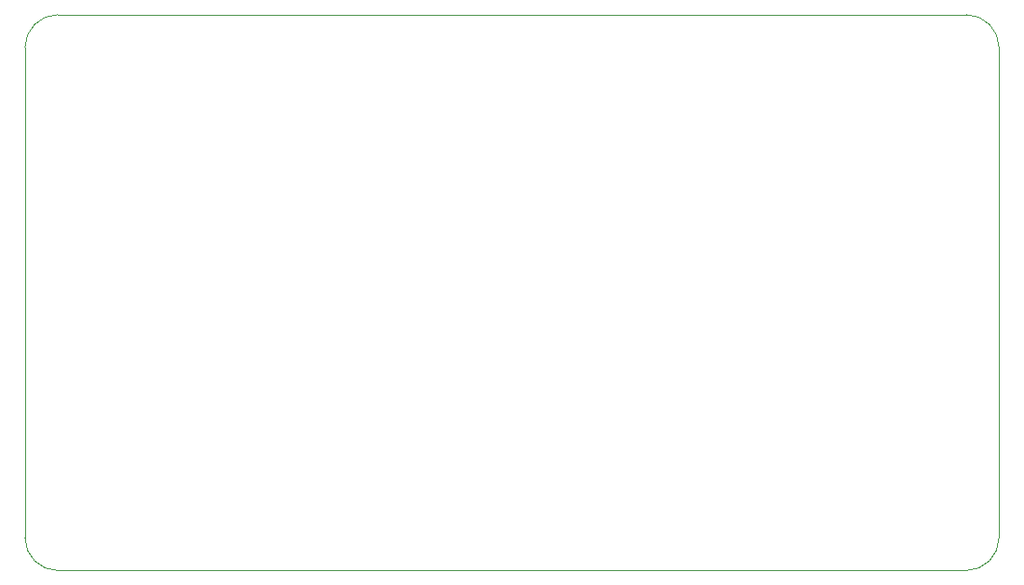
<source format=gbr>
%TF.GenerationSoftware,KiCad,Pcbnew,(6.0.7-1)-1*%
%TF.CreationDate,2023-01-19T18:06:37-06:00*%
%TF.ProjectId,sc_karltron,73635f6b-6172-46c7-9472-6f6e2e6b6963,rev?*%
%TF.SameCoordinates,Original*%
%TF.FileFunction,Profile,NP*%
%FSLAX46Y46*%
G04 Gerber Fmt 4.6, Leading zero omitted, Abs format (unit mm)*
G04 Created by KiCad (PCBNEW (6.0.7-1)-1) date 2023-01-19 18:06:37*
%MOMM*%
%LPD*%
G01*
G04 APERTURE LIST*
%TA.AperFunction,Profile*%
%ADD10C,0.100000*%
%TD*%
G04 APERTURE END LIST*
D10*
X185500000Y-118000000D02*
X102900000Y-118000000D01*
X99900000Y-115000000D02*
G75*
G03*
X102900000Y-118000000I3000000J0D01*
G01*
X102900000Y-67400000D02*
G75*
G03*
X99900000Y-70400000I0J-3000000D01*
G01*
X102900000Y-67400000D02*
X185500000Y-67400000D01*
X188500000Y-70400000D02*
X188500000Y-115000000D01*
X185500000Y-118000000D02*
G75*
G03*
X188500000Y-115000000I0J3000000D01*
G01*
X188500000Y-70400000D02*
G75*
G03*
X185500000Y-67400000I-3000000J0D01*
G01*
X99900000Y-115000000D02*
X99900000Y-70400000D01*
M02*

</source>
